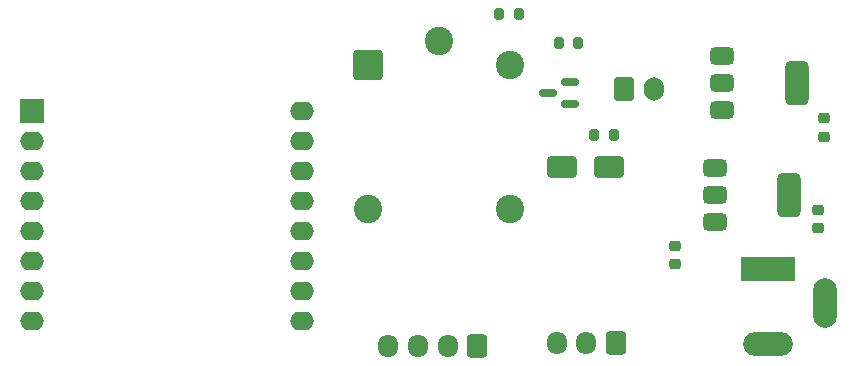
<source format=gbr>
%TF.GenerationSoftware,KiCad,Pcbnew,8.0.0-8.0.0-1~ubuntu22.04.1*%
%TF.CreationDate,2024-03-19T22:17:24+08:00*%
%TF.ProjectId,Water_Flowering_hardware,57617465-725f-4466-9c6f-776572696e67,rev?*%
%TF.SameCoordinates,Original*%
%TF.FileFunction,Soldermask,Top*%
%TF.FilePolarity,Negative*%
%FSLAX46Y46*%
G04 Gerber Fmt 4.6, Leading zero omitted, Abs format (unit mm)*
G04 Created by KiCad (PCBNEW 8.0.0-8.0.0-1~ubuntu22.04.1) date 2024-03-19 22:17:24*
%MOMM*%
%LPD*%
G01*
G04 APERTURE LIST*
G04 Aperture macros list*
%AMRoundRect*
0 Rectangle with rounded corners*
0 $1 Rounding radius*
0 $2 $3 $4 $5 $6 $7 $8 $9 X,Y pos of 4 corners*
0 Add a 4 corners polygon primitive as box body*
4,1,4,$2,$3,$4,$5,$6,$7,$8,$9,$2,$3,0*
0 Add four circle primitives for the rounded corners*
1,1,$1+$1,$2,$3*
1,1,$1+$1,$4,$5*
1,1,$1+$1,$6,$7*
1,1,$1+$1,$8,$9*
0 Add four rect primitives between the rounded corners*
20,1,$1+$1,$2,$3,$4,$5,0*
20,1,$1+$1,$4,$5,$6,$7,0*
20,1,$1+$1,$6,$7,$8,$9,0*
20,1,$1+$1,$8,$9,$2,$3,0*%
G04 Aperture macros list end*
%ADD10R,4.600000X2.000000*%
%ADD11O,4.200000X2.000000*%
%ADD12O,2.000000X4.200000*%
%ADD13RoundRect,0.375000X-0.625000X-0.375000X0.625000X-0.375000X0.625000X0.375000X-0.625000X0.375000X0*%
%ADD14RoundRect,0.500000X-0.500000X-1.400000X0.500000X-1.400000X0.500000X1.400000X-0.500000X1.400000X0*%
%ADD15RoundRect,0.250000X1.000000X0.650000X-1.000000X0.650000X-1.000000X-0.650000X1.000000X-0.650000X0*%
%ADD16RoundRect,0.200000X-0.200000X-0.275000X0.200000X-0.275000X0.200000X0.275000X-0.200000X0.275000X0*%
%ADD17RoundRect,0.250000X0.600000X0.725000X-0.600000X0.725000X-0.600000X-0.725000X0.600000X-0.725000X0*%
%ADD18O,1.700000X1.950000*%
%ADD19R,2.000000X2.000000*%
%ADD20O,2.000000X1.600000*%
%ADD21RoundRect,0.225000X0.250000X-0.225000X0.250000X0.225000X-0.250000X0.225000X-0.250000X-0.225000X0*%
%ADD22RoundRect,0.250000X-0.600000X-0.750000X0.600000X-0.750000X0.600000X0.750000X-0.600000X0.750000X0*%
%ADD23O,1.700000X2.000000*%
%ADD24C,2.400000*%
%ADD25RoundRect,0.250000X-1.000000X-1.000000X1.000000X-1.000000X1.000000X1.000000X-1.000000X1.000000X0*%
%ADD26RoundRect,0.150000X0.587500X0.150000X-0.587500X0.150000X-0.587500X-0.150000X0.587500X-0.150000X0*%
G04 APERTURE END LIST*
D10*
%TO.C,J4*%
X199670000Y-120470000D03*
D11*
X199670000Y-126770000D03*
D12*
X204470000Y-123370000D03*
%TD*%
D13*
%TO.C,U4*%
X195150000Y-111900000D03*
X195150000Y-114200000D03*
D14*
X201450000Y-114200000D03*
D13*
X195150000Y-116500000D03*
%TD*%
D15*
%TO.C,D1*%
X186205000Y-111850000D03*
X182205000Y-111850000D03*
%TD*%
D16*
%TO.C,R1*%
X181935000Y-101300000D03*
X183585000Y-101300000D03*
%TD*%
D17*
%TO.C,J1*%
X186750000Y-126750000D03*
D18*
X184250000Y-126750000D03*
X181750000Y-126750000D03*
%TD*%
D16*
%TO.C,R2*%
X176900000Y-98880000D03*
X178550000Y-98880000D03*
%TD*%
D19*
%TO.C,U2*%
X137340000Y-107100000D03*
D20*
X137340000Y-109640000D03*
X137340000Y-112180000D03*
X137340000Y-114720000D03*
X137340000Y-117260000D03*
X137340000Y-119800000D03*
X137340000Y-122340000D03*
X137340000Y-124880000D03*
X160200000Y-124880000D03*
X160200000Y-122340000D03*
X160200000Y-119800000D03*
X160200000Y-117260000D03*
X160200000Y-114720000D03*
X160200000Y-112180000D03*
X160200000Y-109640000D03*
X160200000Y-107100000D03*
%TD*%
D21*
%TO.C,C2*%
X191800000Y-120025000D03*
X191800000Y-118475000D03*
%TD*%
D17*
%TO.C,J2*%
X175000000Y-126950000D03*
D18*
X172500000Y-126950000D03*
X170000000Y-126950000D03*
X167500000Y-126950000D03*
%TD*%
D21*
%TO.C,C4*%
X203900000Y-116975000D03*
X203900000Y-115425000D03*
%TD*%
D13*
%TO.C,U3*%
X195750000Y-102400000D03*
X195750000Y-104700000D03*
D14*
X202050000Y-104700000D03*
D13*
X195750000Y-107000000D03*
%TD*%
D16*
%TO.C,R3*%
X186575000Y-109100000D03*
X184925000Y-109100000D03*
%TD*%
D22*
%TO.C,J3*%
X187450000Y-105192500D03*
D23*
X189950000Y-105192500D03*
%TD*%
D24*
%TO.C,K1*%
X171810000Y-101170000D03*
X177810000Y-115370000D03*
X165810000Y-115370000D03*
D25*
X165810000Y-103170000D03*
D24*
X177810000Y-103170000D03*
%TD*%
D21*
%TO.C,C3*%
X204400000Y-109250000D03*
X204400000Y-107700000D03*
%TD*%
D26*
%TO.C,Q1*%
X182907500Y-106520000D03*
X182907500Y-104620000D03*
X181032500Y-105570000D03*
%TD*%
M02*

</source>
